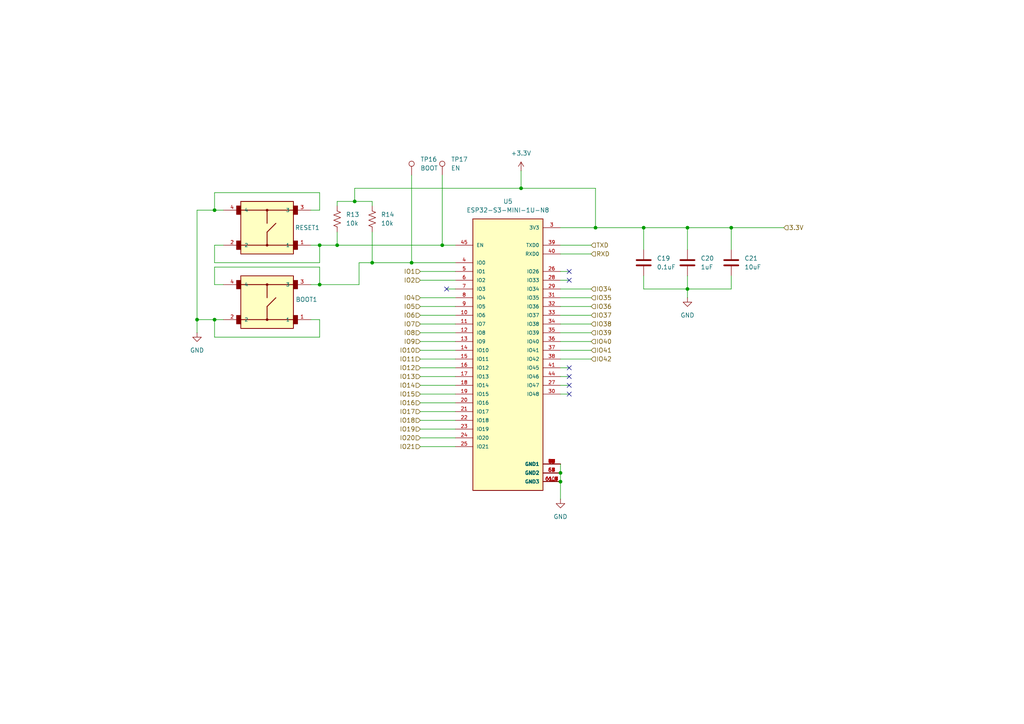
<source format=kicad_sch>
(kicad_sch (version 20250114) (generator "eeschema") (generator_version "9.0")
  (paper "A4")
  (title_block (date "2025-07-29") (company "California Strawberry Commission"))
  (lib_symbols
    (symbol "Connector:TestPoint" (pin_numbers (hide yes)) (pin_names (offset 0.762) (hide yes))
      (property "Reference" "TP" (at 0 6.858 0))
      (property "Value" "TestPoint" (at 0 5.08 0))
      (symbol "TestPoint_0_1"
        (circle (center 0 3.302) (radius 0.762))
      )
      (symbol "TestPoint_1_1"
        (pin passive line (at 0 0 90) (length 2.54) (name "1") (number "1"))
      )
    )
    (symbol "Device:C" (pin_numbers (hide yes)) (pin_names (offset 0.254))
      (property "Reference" "C" (at 0.635 2.54 0))
      (property "Value" "C" (at 0.635 -2.54 0))
      (symbol "C_0_1"
        (polyline (pts (xy -2.032 0.762) (xy 2.032 0.762)) (stroke (width 0.508)))
        (polyline (pts (xy -2.032 -0.762) (xy 2.032 -0.762)) (stroke (width 0.508)))
      )
      (symbol "C_1_1"
        (pin passive line (at 0 3.81 270) (length 2.794) (name "~") (number "1"))
        (pin passive line (at 0 -3.81 90) (length 2.794) (name "~") (number "2"))
      )
    )
    (symbol "Device:R_US" (pin_numbers (hide yes)) (pin_names (offset 0))
      (property "Reference" "R" (at 2.54 0 90))
      (property "Value" "R_US" (at -2.54 0 90))
      (symbol "R_US_0_1"
        (polyline (pts (xy 0 2.286) (xy 0 2.54)))
        (polyline (pts (xy 0 2.286) (xy 1.016 1.905) (xy 0 1.524) (xy -1.016 1.143) (xy 0 0.762)))
        (polyline (pts (xy 0 0.762) (xy 1.016 0.381) (xy 0 0) (xy -1.016 -0.381) (xy 0 -0.762)))
        (polyline (pts (xy 0 -0.762) (xy 1.016 -1.143) (xy 0 -1.524) (xy -1.016 -1.905) (xy 0 -2.286)))
        (polyline (pts (xy 0 -2.286) (xy 0 -2.54)))
      )
      (symbol "R_US_1_1"
        (pin passive line (at 0 3.81 270) (length 1.27) (name "~") (number "1"))
        (pin passive line (at 0 -3.81 90) (length 1.27) (name "~") (number "2"))
      )
    )
    (symbol "Switch_but:B3F-1000" (pin_names (offset 1.016))
      (property "Reference" "S" (at -7.6261 7.6261 0))
      (property "Value" "B3F-1000" (at -7.6316 -8.9035 0))
      (symbol "B3F-1000_0_0"
        (rectangle (start -8.8931 -6.3522) (end -7.62 -3.81) (stroke (width 0.1)) (fill (type outline)))
        (rectangle (start -8.8912 3.8105) (end -7.62 6.35) (stroke (width 0.1)) (fill (type outline)))
        (polyline (pts (xy -7.62 5.08) (xy 7.62 5.08)) (stroke (width 0.254)))
        (polyline (pts (xy -7.62 -5.08) (xy 7.62 -5.08)) (stroke (width 0.254)))
        (rectangle (start -7.62 -7.62) (end 7.62 7.62) (stroke (width 0.254)) (fill (type background)))
        (circle (center 0 5.08) (radius 0.254) (stroke (width 0.254)))
        (polyline (pts (xy 0 5.08) (xy 0 1.27)) (stroke (width 0.254)))
        (polyline (pts (xy 0 -1.27) (xy 2.54 1.27)) (stroke (width 0.254)))
        (polyline (pts (xy 0 -5.08) (xy 0 -1.27)) (stroke (width 0.254)))
        (circle (center 0 -5.08) (radius 0.254) (stroke (width 0.254)))
        (rectangle (start 7.6236 -6.353) (end 8.89 -3.81) (stroke (width 0.1)) (fill (type outline)))
        (rectangle (start 7.6243 3.8121) (end 8.89 6.35) (stroke (width 0.1)) (fill (type outline)))
        (pin passive line (at -12.7 5.08 0) (length 5.08) (name "4") (number "4"))
        (pin passive line (at -12.7 -5.08 0) (length 5.08) (name "2") (number "2"))
        (pin passive line (at 12.7 5.08 180) (length 5.08) (name "3") (number "3"))
        (pin passive line (at 12.7 -5.08 180) (length 5.08) (name "1") (number "1"))
      )
    )
    (symbol "esp32-s3-..1u:ESP32-S3-MINI-1U-N8" (pin_names (offset 1.016))
      (property "Reference" "U5" (at 0 43.18 0))
      (property "Value" "ESP32-S3-MINI-1U-N8" (at 0 40.64 0))
      (symbol "ESP32-S3-MINI-1U-N8_0_0"
        (rectangle (start -10.16 38.1) (end 10.16 -40.64) (stroke (width 0.254)) (fill (type background)))
        (pin input line (at -15.24 30.48 0) (length 5.08) (name "EN") (number "45"))
        (pin bidirectional line (at -15.24 25.4 0) (length 5.08) (name "IO0") (number "4"))
        (pin bidirectional line (at -15.24 22.86 0) (length 5.08) (name "IO1") (number "5"))
        (pin bidirectional line (at -15.24 20.32 0) (length 5.08) (name "IO2") (number "6"))
        (pin bidirectional line (at -15.24 17.78 0) (length 5.08) (name "IO3") (number "7"))
        (pin bidirectional line (at -15.24 15.24 0) (length 5.08) (name "IO4") (number "8"))
        (pin bidirectional line (at -15.24 12.7 0) (length 5.08) (name "IO5") (number "9"))
        (pin bidirectional line (at -15.24 10.16 0) (length 5.08) (name "IO6") (number "10"))
        (pin bidirectional line (at -15.24 7.62 0) (length 5.08) (name "IO7") (number "11"))
        (pin bidirectional line (at -15.24 5.08 0) (length 5.08) (name "IO8") (number "12"))
        (pin bidirectional line (at -15.24 2.54 0) (length 5.08) (name "IO9") (number "13"))
        (pin bidirectional line (at -15.24 0 0) (length 5.08) (name "IO10") (number "14"))
        (pin bidirectional line (at -15.24 -2.54 0) (length 5.08) (name "IO11") (number "15"))
        (pin bidirectional line (at -15.24 -5.08 0) (length 5.08) (name "IO12") (number "16"))
        (pin bidirectional line (at -15.24 -7.62 0) (length 5.08) (name "IO13") (number "17"))
        (pin bidirectional line (at -15.24 -10.16 0) (length 5.08) (name "IO14") (number "18"))
        (pin bidirectional line (at -15.24 -12.7 0) (length 5.08) (name "IO15") (number "19"))
        (pin bidirectional line (at -15.24 -15.24 0) (length 5.08) (name "IO16") (number "20"))
        (pin bidirectional line (at -15.24 -17.78 0) (length 5.08) (name "IO17") (number "21"))
        (pin bidirectional line (at -15.24 -20.32 0) (length 5.08) (name "IO18") (number "22"))
        (pin bidirectional line (at -15.24 -22.86 0) (length 5.08) (name "IO19") (number "23"))
        (pin bidirectional line (at -15.24 -25.4 0) (length 5.08) (name "IO20") (number "24"))
        (pin bidirectional line (at -15.24 -27.94 0) (length 5.08) (name "IO21") (number "25"))
        (pin power_in line (at 15.24 35.56 180) (length 5.08) (name "3V3") (number "3"))
        (pin bidirectional line (at 15.24 30.48 180) (length 5.08) (name "TXD0") (number "39"))
        (pin bidirectional line (at 15.24 27.94 180) (length 5.08) (name "RXD0") (number "40"))
        (pin bidirectional line (at 15.24 22.86 180) (length 5.08) (name "IO26") (number "26"))
        (pin bidirectional line (at 15.24 20.32 180) (length 5.08) (name "IO33") (number "28"))
        (pin bidirectional line (at 15.24 17.78 180) (length 5.08) (name "IO34") (number "29"))
        (pin bidirectional line (at 15.24 15.24 180) (length 5.08) (name "IO35") (number "31"))
        (pin bidirectional line (at 15.24 12.7 180) (length 5.08) (name "IO36") (number "32"))
        (pin bidirectional line (at 15.24 10.16 180) (length 5.08) (name "IO37") (number "33"))
        (pin bidirectional line (at 15.24 7.62 180) (length 5.08) (name "IO38") (number "34"))
        (pin bidirectional line (at 15.24 5.08 180) (length 5.08) (name "IO39") (number "35"))
        (pin bidirectional line (at 15.24 2.54 180) (length 5.08) (name "IO40") (number "36"))
        (pin bidirectional line (at 15.24 0 180) (length 5.08) (name "IO41") (number "37"))
        (pin bidirectional line (at 15.24 -2.54 180) (length 5.08) (name "IO42") (number "38"))
        (pin bidirectional line (at 15.24 -5.08 180) (length 5.08) (name "IO45") (number "41"))
        (pin bidirectional line (at 15.24 -7.62 180) (length 5.08) (name "IO46") (number "44"))
        (pin bidirectional line (at 15.24 -10.16 180) (length 5.08) (name "IO47") (number "27"))
        (pin bidirectional line (at 15.24 -12.7 180) (length 5.08) (name "IO48") (number "30"))
        (pin power_in line (at 15.24 -33.02 180) (length 5.08) (name "GND1") (number "1"))
        (pin power_in line (at 15.24 -33.02 180) (length 5.08) (name "GND1") (number "2"))
        (pin power_in line (at 15.24 -33.02 180) (length 5.08) (name "GND1") (number "42"))
        (pin power_in line (at 15.24 -33.02 180) (length 5.08) (name "GND1") (number "43"))
        (pin power_in line (at 15.24 -33.02 180) (length 5.08) (name "GND1") (number "46"))
        (pin power_in line (at 15.24 -33.02 180) (length 5.08) (name "GND1") (number "47"))
        (pin power_in line (at 15.24 -33.02 180) (length 5.08) (name "GND1") (number "48"))
        (pin power_in line (at 15.24 -33.02 180) (length 5.08) (name "GND1") (number "49"))
        (pin power_in line (at 15.24 -33.02 180) (length 5.08) (name "GND1") (number "50"))
        (pin power_in line (at 15.24 -33.02 180) (length 5.08) (name "GND1") (number "51"))
        (pin power_in line (at 15.24 -33.02 180) (length 5.08) (name "GND1") (number "52"))
        (pin power_in line (at 15.24 -33.02 180) (length 5.08) (name "GND1") (number "53"))
        (pin power_in line (at 15.24 -35.56 180) (length 5.08) (name "GND2") (number "54"))
        (pin power_in line (at 15.24 -35.56 180) (length 5.08) (name "GND2") (number "55"))
        (pin power_in line (at 15.24 -35.56 180) (length 5.08) (name "GND2") (number "56"))
        (pin power_in line (at 15.24 -35.56 180) (length 5.08) (name "GND2") (number "57"))
        (pin power_in line (at 15.24 -35.56 180) (length 5.08) (name "GND2") (number "58"))
        (pin power_in line (at 15.24 -35.56 180) (length 5.08) (name "GND2") (number "59"))
        (pin power_in line (at 15.24 -35.56 180) (length 5.08) (name "GND2") (number "62"))
        (pin power_in line (at 15.24 -35.56 180) (length 5.08) (name "GND2") (number "63"))
        (pin power_in line (at 15.24 -35.56 180) (length 5.08) (name "GND2") (number "64"))
        (pin power_in line (at 15.24 -35.56 180) (length 5.08) (name "GND2") (number "65"))
        (pin power_in line (at 15.24 -38.1 180) (length 5.08) (name "GND3") (number "60"))
        (pin power_in line (at 15.24 -38.1 180) (length 5.08) (name "GND3") (number "61_1"))
        (pin power_in line (at 15.24 -38.1 180) (length 5.08) (name "GND3") (number "61_2"))
        (pin power_in line (at 15.24 -38.1 180) (length 5.08) (name "GND3") (number "61_3"))
        (pin power_in line (at 15.24 -38.1 180) (length 5.08) (name "GND3") (number "61_4"))
        (pin power_in line (at 15.24 -38.1 180) (length 5.08) (name "GND3") (number "61_5"))
        (pin power_in line (at 15.24 -38.1 180) (length 5.08) (name "GND3") (number "61_6"))
        (pin power_in line (at 15.24 -38.1 180) (length 5.08) (name "GND3") (number "61_7"))
        (pin power_in line (at 15.24 -38.1 180) (length 5.08) (name "GND3") (number "61_8"))
        (pin power_in line (at 15.24 -38.1 180) (length 5.08) (name "GND3") (number "61_9"))
      )
      (symbol "ESP32-S3-MINI-1U-N8_1_0"
        (pin power_in line (at 15.24 -33.02 180) (length 5.08) (name "GND1") (number "61"))
        (pin power_in line (at 15.24 -33.02 180) (length 5.08) (name "GND1") (number "66"))
        (pin power_in line (at 15.24 -33.02 180) (length 5.08) (name "GND1") (number "67"))
        (pin power_in line (at 15.24 -33.02 180) (length 5.08) (name "GND1") (number "68"))
        (pin power_in line (at 15.24 -33.02 180) (length 5.08) (name "GND1") (number "69"))
        (pin power_in line (at 15.24 -33.02 180) (length 5.08) (name "GND1") (number "70"))
        (pin power_in line (at 15.24 -33.02 180) (length 5.08) (name "GND1") (number "71"))
        (pin power_in line (at 15.24 -33.02 180) (length 5.08) (name "GND1") (number "72"))
        (pin power_in line (at 15.24 -33.02 180) (length 5.08) (name "GND1") (number "73"))
      )
    )
    (symbol "power:+3.3V" (power) (pin_numbers (hide yes)) (pin_names (offset 0) (hide yes))
      (property "Value" "+3.3V" (at 0 3.556 0))
      (symbol "+3.3V_0_1"
        (polyline (pts (xy -0.762 1.27) (xy 0 2.54)))
        (polyline (pts (xy 0 2.54) (xy 0.762 1.27)))
        (polyline (pts (xy 0 0) (xy 0 2.54)))
      )
      (symbol "+3.3V_1_1"
        (pin power_in line (at 0 0 90) (length 0) (name "~") (number "1"))
      )
    )
    (symbol "power:GND" (power) (pin_numbers (hide yes)) (pin_names (offset 0) (hide yes))
      (property "Value" "GND" (at 0 -3.81 0))
      (symbol "GND_0_1"
        (polyline (pts (xy 0 0) (xy 0 -1.27) (xy 1.27 -1.27) (xy 0 -2.54) (xy -1.27 -1.27) (xy 0 -1.27)))
      )
      (symbol "GND_1_1"
        (pin power_in line (at 0 0 270) (length 0) (name "~") (number "1"))
      )
    )
  )
  (junction (at 199.39 66.04))
  (junction (at 107.95 76.2))
  (junction (at 97.79 71.12))
  (junction (at 92.71 82.55))
  (junction (at 172.72 66.04))
  (junction (at 62.23 92.71))
  (junction (at 128.27 71.12))
  (junction (at 102.87 58.42))
  (junction (at 199.39 83.82))
  (junction (at 119.38 76.2))
  (junction (at 62.23 60.96))
  (junction (at 186.69 66.04))
  (junction (at 212.09 66.04))
  (junction (at 57.15 92.71))
  (junction (at 151.13 54.61))
  (junction (at 92.71 71.12))
  (junction (at 162.56 139.7))
  (junction (at 162.56 137.16))
  (no_connect (at 165.1 109.22))
  (no_connect (at 165.1 81.28))
  (no_connect (at 165.1 111.76))
  (no_connect (at 165.1 114.3))
  (no_connect (at 165.1 78.74))
  (no_connect (at 165.1 106.68))
  (no_connect (at 129.54 83.82))
  (wire (pts (xy 92.71 55.88) (xy 62.23 55.88)))
  (wire (pts (xy 121.92 106.68) (xy 132.08 106.68)))
  (wire (pts (xy 162.56 88.9) (xy 171.45 88.9)))
  (wire (pts (xy 162.56 86.36) (xy 171.45 86.36)))
  (wire (pts (xy 186.69 80.01) (xy 186.69 83.82)))
  (wire (pts (xy 62.23 92.71) (xy 64.77 92.71)))
  (wire (pts (xy 121.92 91.44) (xy 132.08 91.44)))
  (wire (pts (xy 162.56 137.16) (xy 162.56 139.7)))
  (wire (pts (xy 92.71 77.47) (xy 62.23 77.47)))
  (wire (pts (xy 162.56 109.22) (xy 165.1 109.22)))
  (wire (pts (xy 62.23 76.2) (xy 62.23 71.12)))
  (wire (pts (xy 186.69 83.82) (xy 199.39 83.82)))
  (wire (pts (xy 162.56 101.6) (xy 171.45 101.6)))
  (wire (pts (xy 121.92 127) (xy 132.08 127)))
  (wire (pts (xy 119.38 50.8) (xy 119.38 76.2)))
  (wire (pts (xy 92.71 71.12) (xy 97.79 71.12)))
  (wire (pts (xy 151.13 49.53) (xy 151.13 54.61)))
  (wire (pts (xy 162.56 83.82) (xy 171.45 83.82)))
  (wire (pts (xy 92.71 92.71) (xy 90.17 92.71)))
  (wire (pts (xy 162.56 104.14) (xy 171.45 104.14)))
  (wire (pts (xy 121.92 121.92) (xy 132.08 121.92)))
  (wire (pts (xy 97.79 58.42) (xy 102.87 58.42)))
  (wire (pts (xy 212.09 83.82) (xy 212.09 80.01)))
  (wire (pts (xy 121.92 124.46) (xy 132.08 124.46)))
  (wire (pts (xy 121.92 111.76) (xy 132.08 111.76)))
  (wire (pts (xy 62.23 55.88) (xy 62.23 60.96)))
  (wire (pts (xy 162.56 134.62) (xy 162.56 137.16)))
  (wire (pts (xy 212.09 66.04) (xy 212.09 72.39)))
  (wire (pts (xy 162.56 99.06) (xy 171.45 99.06)))
  (wire (pts (xy 162.56 114.3) (xy 165.1 114.3)))
  (wire (pts (xy 62.23 97.79) (xy 92.71 97.79)))
  (wire (pts (xy 102.87 58.42) (xy 107.95 58.42)))
  (wire (pts (xy 62.23 77.47) (xy 62.23 82.55)))
  (wire (pts (xy 119.38 76.2) (xy 132.08 76.2)))
  (wire (pts (xy 129.54 83.82) (xy 132.08 83.82)))
  (wire (pts (xy 57.15 60.96) (xy 57.15 92.71)))
  (wire (pts (xy 199.39 66.04) (xy 212.09 66.04)))
  (wire (pts (xy 92.71 71.12) (xy 92.71 76.2)))
  (wire (pts (xy 212.09 66.04) (xy 227.33 66.04)))
  (wire (pts (xy 172.72 66.04) (xy 186.69 66.04)))
  (wire (pts (xy 57.15 92.71) (xy 57.15 96.52)))
  (wire (pts (xy 151.13 54.61) (xy 172.72 54.61)))
  (wire (pts (xy 121.92 116.84) (xy 132.08 116.84)))
  (wire (pts (xy 186.69 66.04) (xy 199.39 66.04)))
  (wire (pts (xy 90.17 71.12) (xy 92.71 71.12)))
  (wire (pts (xy 92.71 60.96) (xy 92.71 55.88)))
  (wire (pts (xy 92.71 77.47) (xy 92.71 82.55)))
  (wire (pts (xy 62.23 82.55) (xy 64.77 82.55)))
  (wire (pts (xy 162.56 139.7) (xy 162.56 144.78)))
  (wire (pts (xy 128.27 71.12) (xy 132.08 71.12)))
  (wire (pts (xy 121.92 119.38) (xy 132.08 119.38)))
  (wire (pts (xy 199.39 83.82) (xy 199.39 86.36)))
  (wire (pts (xy 162.56 106.68) (xy 165.1 106.68)))
  (wire (pts (xy 162.56 91.44) (xy 171.45 91.44)))
  (wire (pts (xy 199.39 80.01) (xy 199.39 83.82)))
  (wire (pts (xy 62.23 60.96) (xy 57.15 60.96)))
  (wire (pts (xy 92.71 76.2) (xy 62.23 76.2)))
  (wire (pts (xy 90.17 60.96) (xy 92.71 60.96)))
  (wire (pts (xy 162.56 111.76) (xy 165.1 111.76)))
  (wire (pts (xy 121.92 99.06) (xy 132.08 99.06)))
  (wire (pts (xy 107.95 59.69) (xy 107.95 58.42)))
  (wire (pts (xy 121.92 109.22) (xy 132.08 109.22)))
  (wire (pts (xy 162.56 78.74) (xy 165.1 78.74)))
  (wire (pts (xy 92.71 97.79) (xy 92.71 92.71)))
  (wire (pts (xy 121.92 81.28) (xy 132.08 81.28)))
  (wire (pts (xy 90.17 82.55) (xy 92.71 82.55)))
  (wire (pts (xy 102.87 54.61) (xy 151.13 54.61)))
  (wire (pts (xy 97.79 71.12) (xy 128.27 71.12)))
  (wire (pts (xy 172.72 54.61) (xy 172.72 66.04)))
  (wire (pts (xy 121.92 101.6) (xy 132.08 101.6)))
  (wire (pts (xy 121.92 129.54) (xy 132.08 129.54)))
  (wire (pts (xy 162.56 81.28) (xy 165.1 81.28)))
  (wire (pts (xy 92.71 82.55) (xy 104.14 82.55)))
  (wire (pts (xy 121.92 96.52) (xy 132.08 96.52)))
  (wire (pts (xy 186.69 66.04) (xy 186.69 72.39)))
  (wire (pts (xy 162.56 93.98) (xy 171.45 93.98)))
  (wire (pts (xy 128.27 50.8) (xy 128.27 71.12)))
  (wire (pts (xy 121.92 114.3) (xy 132.08 114.3)))
  (wire (pts (xy 162.56 66.04) (xy 172.72 66.04)))
  (wire (pts (xy 107.95 76.2) (xy 119.38 76.2)))
  (wire (pts (xy 162.56 71.12) (xy 171.45 71.12)))
  (wire (pts (xy 121.92 86.36) (xy 132.08 86.36)))
  (wire (pts (xy 62.23 71.12) (xy 64.77 71.12)))
  (wire (pts (xy 97.79 58.42) (xy 97.79 59.69)))
  (wire (pts (xy 199.39 66.04) (xy 199.39 72.39)))
  (wire (pts (xy 97.79 67.31) (xy 97.79 71.12)))
  (wire (pts (xy 199.39 83.82) (xy 212.09 83.82)))
  (wire (pts (xy 121.92 88.9) (xy 132.08 88.9)))
  (wire (pts (xy 64.77 60.96) (xy 62.23 60.96)))
  (wire (pts (xy 62.23 92.71) (xy 62.23 97.79)))
  (wire (pts (xy 57.15 92.71) (xy 62.23 92.71)))
  (wire (pts (xy 121.92 78.74) (xy 132.08 78.74)))
  (wire (pts (xy 102.87 58.42) (xy 102.87 54.61)))
  (wire (pts (xy 107.95 67.31) (xy 107.95 76.2)))
  (wire (pts (xy 104.14 76.2) (xy 104.14 82.55)))
  (wire (pts (xy 104.14 76.2) (xy 107.95 76.2)))
  (wire (pts (xy 162.56 73.66) (xy 171.45 73.66)))
  (wire (pts (xy 121.92 93.98) (xy 132.08 93.98)))
  (wire (pts (xy 121.92 104.14) (xy 132.08 104.14)))
  (wire (pts (xy 162.56 96.52) (xy 171.45 96.52)))
  (hierarchical_label "IO16" (shape input) (at 121.92 116.84 180))
  (hierarchical_label "IO19" (shape input) (at 121.92 124.46 180))
  (hierarchical_label "IO10" (shape input) (at 121.92 101.6 180))
  (hierarchical_label "IO9" (shape input) (at 121.92 99.06 180))
  (hierarchical_label "3.3V" (shape input) (at 227.33 66.04 0))
  (hierarchical_label "IO41" (shape input) (at 171.45 101.6 0))
  (hierarchical_label "IO37" (shape input) (at 171.45 91.44 0))
  (hierarchical_label "IO42" (shape input) (at 171.45 104.14 0))
  (hierarchical_label "IO15" (shape input) (at 121.92 114.3 180))
  (hierarchical_label "RXD" (shape input) (at 171.45 73.66 0))
  (hierarchical_label "IO2" (shape input) (at 121.92 81.28 180))
  (hierarchical_label "IO36" (shape input) (at 171.45 88.9 0))
  (hierarchical_label "IO11" (shape input) (at 121.92 104.14 180))
  (hierarchical_label "IO20" (shape input) (at 121.92 127 180))
  (hierarchical_label "IO14" (shape input) (at 121.92 111.76 180))
  (hierarchical_label "IO8" (shape input) (at 121.92 96.52 180))
  (hierarchical_label "IO13" (shape input) (at 121.92 109.22 180))
  (hierarchical_label "IO7" (shape input) (at 121.92 93.98 180))
  (hierarchical_label "IO34" (shape input) (at 171.45 83.82 0))
  (hierarchical_label "IO40" (shape input) (at 171.45 99.06 0))
  (hierarchical_label "IO12" (shape input) (at 121.92 106.68 180))
  (hierarchical_label "IO17" (shape input) (at 121.92 119.38 180))
  (hierarchical_label "IO5" (shape input) (at 121.92 88.9 180))
  (hierarchical_label "IO21" (shape input) (at 121.92 129.54 180))
  (hierarchical_label "IO4" (shape input) (at 121.92 86.36 180))
  (hierarchical_label "IO1" (shape input) (at 121.92 78.74 180))
  (hierarchical_label "IO38" (shape input) (at 171.45 93.98 0))
  (hierarchical_label "IO18" (shape input) (at 121.92 121.92 180))
  (hierarchical_label "IO35" (shape input) (at 171.45 86.36 0))
  (hierarchical_label "IO6" (shape input) (at 121.92 91.44 180))
  (hierarchical_label "IO39" (shape input) (at 171.45 96.52 0))
  (hierarchical_label "TXD" (shape input) (at 171.45 71.12 0))
  (symbol (lib_id "Connector:TestPoint") (at 119.38 50.8 0) (unit 1)
    (property "Reference" "TP16" (at 121.92 46.2279 0) (effects (justify left)))
    (property "Value" "BOOT" (at 121.92 48.7679 0) (effects (justify left)))
    (property "Footprint" "TestPoint:TestPoint_Pad_D2.0mm" (effects (hide yes)))
    (property "Datasheet" "https://www.digikey.com/en/products/detail/te-connectivity-amp-connectors/rct-0c/2366050" (effects (hide yes)))
    (property "Description" "test point" (effects (hide yes)))
    (property "Part #" "rct-0c" (effects (hide yes)))
  )
  (symbol (lib_id "Device:R_US") (at 107.95 63.5 0) (unit 1)
    (property "Reference" "R14" (at 110.49 62.2299 0) (effects (justify left)))
    (property "Value" "10k" (at 110.49 64.7699 0) (effects (justify left)))
    (property "Footprint" "Resistor_SMD:R_0603_1608Metric" (effects (hide yes)))
    (property "Datasheet" "https://www.digikey.com/en/products/detail/koa-speer-electronics-inc/RK73H1JTTD1002F/9844954" (effects (hide yes)))
    (property "Description" "Resistor, US symbol" (effects (hide yes)))
    (property "Part #" "RK73H1JTTD1002F" (effects (hide yes)))
  )
  (symbol (lib_id "power:GND") (at 199.39 86.36 0) (unit 1)
    (property "Reference" "#PWR015" (effects (hide yes)))
    (property "Value" "GND" (at 199.39 91.44 0))
    (property "Description" "Power symbol creates a global label with name \"GND\" , ground" (effects (hide yes)))
  )
  (symbol (lib_id "Device:C") (at 199.39 76.2 0) (unit 1)
    (property "Reference" "C20" (at 203.2 74.9299 0) (effects (justify left)))
    (property "Value" "1uF" (at 203.2 77.4699 0) (effects (justify left)))
    (property "Footprint" "Capacitor_SMD:C_0603_1608Metric" (effects (hide yes)))
    (property "Datasheet" "https://www.digikey.com/en/products/detail/taiyo-yuden/LMK107BJ105KAHT/4157762" (effects (hide yes)))
    (property "Description" "Unpolarized capacitor" (effects (hide yes)))
    (property "Part #" "LMK107BJ105KAHT" (effects (hide yes)))
  )
  (symbol (lib_id "power:GND") (at 162.56 144.78 0) (unit 1)
    (property "Reference" "#PWR014" (effects (hide yes)))
    (property "Value" "GND" (at 162.56 149.86 0))
    (property "Description" "Power symbol creates a global label with name \"GND\" , ground" (effects (hide yes)))
  )
  (symbol (lib_id "Switch_but:B3F-1000") (at 77.47 66.04 0) (unit 1)
    (property "Reference" "RESET1" (at 89.154 66.04 0))
    (property "Value" "B3F-1000" (effects (hide yes)))
    (property "Footprint" "footprints:SW_B3F-1000" (effects (hide yes)))
    (property "Datasheet" "https://www.digikey.com/en/products/detail/omron-electronics-inc-emc-div/B3F-1000/33150" (effects (hide yes)))
    (property "MANUFACTURER" "Omron" (effects (hide yes)))
  )
  (symbol (lib_id "Connector:TestPoint") (at 128.27 50.8 0) (unit 1)
    (property "Reference" "TP17" (at 130.81 46.2279 0) (effects (justify left)))
    (property "Value" "EN" (at 130.81 48.7679 0) (effects (justify left)))
    (property "Footprint" "TestPoint:TestPoint_Pad_D2.0mm" (effects (hide yes)))
    (property "Datasheet" "https://www.digikey.com/en/products/detail/te-connectivity-amp-connectors/rct-0c/2366050" (effects (hide yes)))
    (property "Description" "test point" (effects (hide yes)))
    (property "Part #" "rct-0c" (effects (hide yes)))
  )
  (symbol (lib_id "Switch_but:B3F-1000") (at 77.47 87.63 0) (unit 1)
    (property "Reference" "BOOT1" (at 88.9 86.868 0))
    (property "Value" "B3F-1000" (effects (hide yes)))
    (property "Footprint" "footprints:SW_B3F-1000" (effects (hide yes)))
    (property "Datasheet" "https://www.digikey.com/en/products/detail/omron-electronics-inc-emc-div/B3F-1000/33150" (effects (hide yes)))
    (property "MANUFACTURER" "Omron" (effects (hide yes)))
  )
  (symbol (lib_id "power:GND") (at 57.15 96.52 0) (unit 1)
    (property "Reference" "#PWR013" (effects (hide yes)))
    (property "Value" "GND" (at 57.15 101.6 0))
    (property "Description" "Power symbol creates a global label with name \"GND\" , ground" (effects (hide yes)))
  )
  (symbol (lib_id "Device:C") (at 186.69 76.2 0) (unit 1)
    (property "Reference" "C19" (at 190.5 74.9299 0) (effects (justify left)))
    (property "Value" "0.1uF" (at 190.5 77.4699 0) (effects (justify left)))
    (property "Footprint" "Capacitor_SMD:C_0603_1608Metric" (effects (hide yes)))
    (property "Datasheet" "https://www.digikey.com/en/products/detail/kemet/C0603C104K8RACAUTO/8572409" (effects (hide yes)))
    (property "Description" "Unpolarized capacitor" (effects (hide yes)))
    (property "Part #" "C0603C104K8RACAUTO" (effects (hide yes)))
  )
  (symbol (lib_id "Device:C") (at 212.09 76.2 0) (unit 1)
    (property "Reference" "C21" (at 215.9 74.9299 0) (effects (justify left)))
    (property "Value" "10uF" (at 215.9 77.4699 0) (effects (justify left)))
    (property "Footprint" "Capacitor_SMD:C_0805_2012Metric" (effects (hide yes)))
    (property "Datasheet" "https://www.digikey.com/en/products/detail/murata-electronics/GCM21BR71A106KE22K/4903979" (effects (hide yes)))
    (property "Description" "Unpolarized capacitor" (effects (hide yes)))
    (property "Part #" "GCM21BR71A106KE22K" (effects (hide yes)))
  )
  (symbol (lib_id "power:+3.3V") (at 151.13 49.53 0) (unit 1)
    (property "Reference" "#PWR020" (effects (hide yes)))
    (property "Value" "+3.3V" (at 151.13 44.45 0))
    (property "Description" "Power symbol creates a global label with name \"+3.3V\"" (effects (hide yes)))
  )
  (symbol (lib_id "esp32-s3-..1u:ESP32-S3-MINI-1U-N8") (at 147.32 101.6 0) (unit 1)
    (property "Reference" "U5" (at 147.32 58.42 0))
    (property "Value" "ESP32-S3-MINI-1U-N8" (at 147.32 60.96 0))
    (property "Footprint" "footprints:ESP32-S3-MINI-1U_EXP" (effects (hide yes)))
    (property "MF" "Espressif Systems" (effects (hide yes)))
    (property "MAXIMUM_PACKAGE_HEIGHT" "2.55 mm" (effects (hide yes)))
    (property "Package" "VFQFN-56 Espressif Systems" (effects (hide yes)))
    (property "Price" "None" (effects (hide yes)))
    (property "Check_prices" "https://www.snapeda.com/parts/ESP32-S3-MINI-1U-N8/Espressif+Systems/view-part/?ref=eda" (effects (hide yes)))
    (property "STANDARD" "Manufacturer recommendations" (effects (hide yes)))
    (property "PARTREV" "1.2" (effects (hide yes)))
    (property "SnapEDA_Link" "https://www.snapeda.com/parts/ESP32-S3-MINI-1U-N8/Espressif+Systems/view-part/?ref=snap" (effects (hide yes)))
    (property "MP" "ESP32-S3-MINI-1U-N8" (effects (hide yes)))
    (property "Description_1" "Bluetooth, WiFi 802.11b/g/n, Bluetooth v5.0 Transceiver Module 2.4GHz Antenna Not Included, U.FL Surface Mount" (effects (hide yes)))
    (property "Availability" "In Stock" (effects (hide yes)))
    (property "MANUFACTURER" "Espressif Systems" (effects (hide yes)))
    (property "Part #" "ESP32-S3-MINI-1U-N8" (effects (hide yes)))
  )
  (symbol (lib_id "Device:R_US") (at 97.79 63.5 0) (unit 1)
    (property "Reference" "R13" (at 100.33 62.2299 0) (effects (justify left)))
    (property "Value" "10k" (at 100.33 64.7699 0) (effects (justify left)))
    (property "Footprint" "Resistor_SMD:R_0603_1608Metric" (effects (hide yes)))
    (property "Datasheet" "https://www.digikey.com/en/products/detail/koa-speer-electronics-inc/RK73H1JTTD1002F/9844954" (effects (hide yes)))
    (property "Description" "Resistor, US symbol" (effects (hide yes)))
    (property "Part #" "RK73H1JTTD1002F" (effects (hide yes)))
  )
)
</source>
